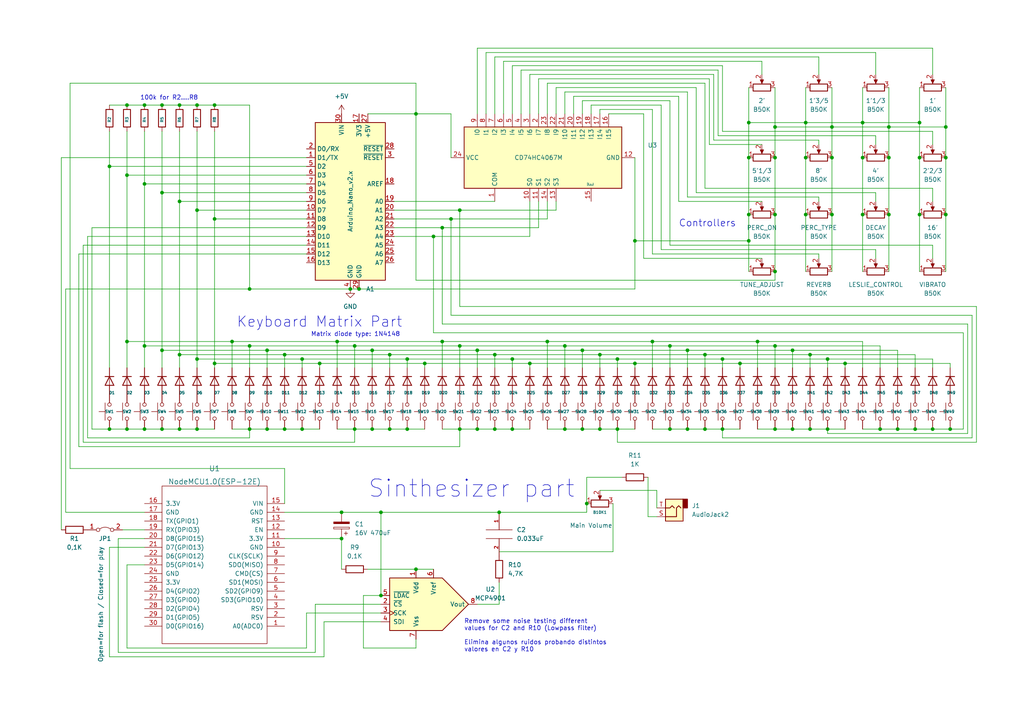
<source format=kicad_sch>
(kicad_sch (version 20211123) (generator eeschema)
  (paper "A4")
  (title_block (title "Electuno_BETSA") (date "2024-04-14") (rev "0.1 Alpha") (company "isRasta"))
  (junction (at 274.32 62.23))
  (junction (at 97.79 99.06))
  (junction (at 209.55 124.46))
  (junction (at 241.3 45.72))
  (junction (at 224.79 36.83))
  (junction (at 41.91 124.46))
  (junction (at 217.17 69.85))
  (junction (at 133.35 100.33))
  (junction (at 133.35 60.96))
  (junction (at 233.68 35.56))
  (junction (at 148.59 124.46))
  (junction (at 274.32 45.72))
  (junction (at 87.63 124.46))
  (junction (at 72.39 100.33))
  (junction (at 148.59 104.14))
  (junction (at 41.91 100.33))
  (junction (at 224.79 100.33))
  (junction (at 241.3 62.23))
  (junction (at 31.75 124.46))
  (junction (at 194.31 124.46))
  (junction (at 229.87 124.46))
  (junction (at 168.91 124.46))
  (junction (at 107.95 101.6))
  (junction (at 217.17 62.23))
  (junction (at 36.83 30.48))
  (junction (at 217.17 45.72))
  (junction (at 163.83 100.33))
  (junction (at 194.31 100.33))
  (junction (at 143.51 102.87))
  (junction (at 41.91 53.34))
  (junction (at 77.47 101.6))
  (junction (at 234.95 124.46))
  (junction (at 233.68 45.72))
  (junction (at 110.49 172.72))
  (junction (at 133.35 124.46))
  (junction (at 173.99 124.46))
  (junction (at 217.17 35.56))
  (junction (at 138.43 101.6))
  (junction (at 62.23 63.5))
  (junction (at 101.6 83.82))
  (junction (at 170.18 146.05))
  (junction (at 99.06 148.59))
  (junction (at 274.32 36.83))
  (junction (at 240.03 124.46))
  (junction (at 266.7 45.72))
  (junction (at 250.19 35.56))
  (junction (at 72.39 124.46))
  (junction (at 270.51 124.46))
  (junction (at 128.27 66.04))
  (junction (at 62.23 30.48))
  (junction (at 266.7 35.56))
  (junction (at 125.73 68.58))
  (junction (at 31.75 48.26))
  (junction (at 62.23 105.41))
  (junction (at 184.15 105.41))
  (junction (at 36.83 99.06))
  (junction (at 257.81 36.83))
  (junction (at 57.15 60.96))
  (junction (at 102.87 100.33))
  (junction (at 52.07 58.42))
  (junction (at 57.15 124.46))
  (junction (at 82.55 124.46))
  (junction (at 52.07 102.87))
  (junction (at 102.87 124.46))
  (junction (at 199.39 101.6))
  (junction (at 144.78 148.59))
  (junction (at 229.87 101.6))
  (junction (at 275.59 124.46))
  (junction (at 234.95 102.87))
  (junction (at 163.83 124.46))
  (junction (at 257.81 45.72))
  (junction (at 179.07 104.14))
  (junction (at 36.83 124.46))
  (junction (at 214.63 105.41))
  (junction (at 46.99 101.6))
  (junction (at 113.03 102.87))
  (junction (at 224.79 124.46))
  (junction (at 199.39 124.46))
  (junction (at 120.65 165.1))
  (junction (at 110.49 148.59))
  (junction (at 219.71 99.06))
  (junction (at 138.43 124.46))
  (junction (at 77.47 124.46))
  (junction (at 118.11 104.14))
  (junction (at 107.95 124.46))
  (junction (at 52.07 124.46))
  (junction (at 179.07 124.46))
  (junction (at 260.35 124.46))
  (junction (at 250.19 45.72))
  (junction (at 46.99 55.88))
  (junction (at 57.15 30.48))
  (junction (at 36.83 50.8))
  (junction (at 92.71 105.41))
  (junction (at 153.67 105.41))
  (junction (at 128.27 99.06))
  (junction (at 123.19 105.41))
  (junction (at 204.47 102.87))
  (junction (at 266.7 62.23))
  (junction (at 120.65 33.02))
  (junction (at 113.03 124.46))
  (junction (at 173.99 102.87))
  (junction (at 204.47 124.46))
  (junction (at 245.11 105.41))
  (junction (at 224.79 78.74))
  (junction (at 189.23 99.06))
  (junction (at 143.51 124.46))
  (junction (at 224.79 62.23))
  (junction (at 52.07 30.48))
  (junction (at 168.91 101.6))
  (junction (at 257.81 62.23))
  (junction (at 250.19 62.23))
  (junction (at 104.14 83.82))
  (junction (at 67.31 99.06))
  (junction (at 41.91 30.48))
  (junction (at 241.3 36.83))
  (junction (at 255.27 124.46))
  (junction (at 46.99 124.46))
  (junction (at 240.03 104.14))
  (junction (at 130.81 63.5))
  (junction (at 224.79 45.72))
  (junction (at 57.15 104.14))
  (junction (at 233.68 62.23))
  (junction (at 82.55 102.87))
  (junction (at 184.15 69.85))
  (junction (at 46.99 30.48))
  (junction (at 87.63 104.14))
  (junction (at 99.06 156.21))
  (junction (at 118.11 124.46))
  (junction (at 265.43 124.46))
  (junction (at 209.55 104.14))
  (junction (at 72.39 83.82))
  (junction (at 158.75 99.06))
  (wire (pts (xy 168.91 101.6) (xy 168.91 106.68)))
  (wire (pts (xy 143.51 124.46) (xy 148.59 124.46)))
  (wire (pts (xy 138.43 175.26) (xy 144.78 175.26)))
  (wire (pts (xy 88.9 55.88) (xy 46.99 55.88)))
  (wire (pts (xy 138.43 33.02) (xy 138.43 13.97)))
  (wire (pts (xy 217.17 25.4) (xy 217.17 35.56)))
  (wire (pts (xy 237.49 16.51) (xy 237.49 21.59)))
  (wire (pts (xy 31.75 38.1) (xy 31.75 48.26)))
  (wire (pts (xy 254 15.24) (xy 140.97 15.24)))
  (wire (pts (xy 88.9 187.96) (xy 36.83 187.96)))
  (wire (pts (xy 279.4 96.52) (xy 125.73 96.52)))
  (wire (pts (xy 250.19 106.68) (xy 250.19 99.06)))
  (wire (pts (xy 82.55 102.87) (xy 113.03 102.87)))
  (wire (pts (xy 224.79 25.4) (xy 224.79 36.83)))
  (wire (pts (xy 120.65 165.1) (xy 125.73 165.1)))
  (wire (pts (xy 170.18 138.43) (xy 180.34 138.43)))
  (wire (pts (xy 105.41 187.96) (xy 105.41 172.72)))
  (wire (pts (xy 274.32 45.72) (xy 274.32 62.23)))
  (wire (pts (xy 158.75 63.5) (xy 130.81 63.5)))
  (wire (pts (xy 113.03 124.46) (xy 118.11 124.46)))
  (wire (pts (xy 52.07 106.68) (xy 52.07 102.87)))
  (wire (pts (xy 153.67 105.41) (xy 123.19 105.41)))
  (wire (pts (xy 257.81 25.4) (xy 257.81 36.83)))
  (wire (pts (xy 275.59 106.68) (xy 275.59 105.41)))
  (wire (pts (xy 82.55 156.21) (xy 99.06 156.21)))
  (wire (pts (xy 237.49 57.15) (xy 199.39 57.15)))
  (wire (pts (xy 250.19 35.56) (xy 250.19 45.72)))
  (wire (pts (xy 168.91 101.6) (xy 138.43 101.6)))
  (wire (pts (xy 254 58.42) (xy 254 55.88)))
  (wire (pts (xy 217.17 35.56) (xy 217.17 45.72)))
  (wire (pts (xy 270.51 124.46) (xy 275.59 124.46)))
  (wire (pts (xy 138.43 13.97) (xy 270.51 13.97)))
  (wire (pts (xy 41.91 100.33) (xy 72.39 100.33)))
  (wire (pts (xy 224.79 100.33) (xy 255.27 100.33)))
  (wire (pts (xy 184.15 45.72) (xy 184.15 69.85)))
  (wire (pts (xy 233.68 45.72) (xy 233.68 62.23)))
  (wire (pts (xy 104.14 83.82) (xy 184.15 83.82)))
  (wire (pts (xy 234.95 102.87) (xy 234.95 106.68)))
  (wire (pts (xy 144.78 160.02) (xy 177.8 160.02)))
  (wire (pts (xy 26.67 124.46) (xy 31.75 124.46)))
  (wire (pts (xy 229.87 124.46) (xy 234.95 124.46)))
  (wire (pts (xy 41.91 106.68) (xy 41.91 100.33)))
  (wire (pts (xy 224.79 78.74) (xy 224.79 81.28)))
  (wire (pts (xy 270.51 13.97) (xy 270.51 21.59)))
  (wire (pts (xy 279.4 124.46) (xy 279.4 96.52)))
  (wire (pts (xy 128.27 66.04) (xy 114.3 66.04)))
  (wire (pts (xy 234.95 102.87) (xy 265.43 102.87)))
  (wire (pts (xy 254 21.59) (xy 254 15.24)))
  (wire (pts (xy 196.85 27.94) (xy 196.85 58.42)))
  (wire (pts (xy 280.67 93.98) (xy 128.27 93.98)))
  (wire (pts (xy 209.55 124.46) (xy 214.63 124.46)))
  (wire (pts (xy 26.67 124.46) (xy 26.67 66.04)))
  (wire (pts (xy 270.51 106.68) (xy 270.51 104.14)))
  (wire (pts (xy 120.65 24.13) (xy 120.65 33.02)))
  (wire (pts (xy 163.83 26.67) (xy 163.83 33.02)))
  (wire (pts (xy 237.49 73.66) (xy 189.23 73.66)))
  (wire (pts (xy 67.31 99.06) (xy 36.83 99.06)))
  (wire (pts (xy 91.44 175.26) (xy 91.44 189.23)))
  (wire (pts (xy 224.79 124.46) (xy 229.87 124.46)))
  (wire (pts (xy 186.69 33.02) (xy 186.69 74.93)))
  (wire (pts (xy 31.75 124.46) (xy 36.83 124.46)))
  (wire (pts (xy 186.69 74.93) (xy 220.98 74.93)))
  (wire (pts (xy 97.79 124.46) (xy 102.87 124.46)))
  (wire (pts (xy 87.63 124.46) (xy 92.71 124.46)))
  (wire (pts (xy 36.83 30.48) (xy 41.91 30.48)))
  (wire (pts (xy 156.21 22.86) (xy 156.21 33.02)))
  (wire (pts (xy 88.9 177.8) (xy 88.9 187.96)))
  (wire (pts (xy 144.78 148.59) (xy 170.18 148.59)))
  (wire (pts (xy 82.55 124.46) (xy 87.63 124.46)))
  (wire (pts (xy 105.41 172.72) (xy 110.49 172.72)))
  (wire (pts (xy 187.96 149.86) (xy 187.96 138.43)))
  (wire (pts (xy 179.07 124.46) (xy 179.07 128.27)))
  (wire (pts (xy 224.79 45.72) (xy 224.79 62.23)))
  (wire (pts (xy 161.29 58.42) (xy 161.29 60.96)))
  (wire (pts (xy 143.51 102.87) (xy 143.51 106.68)))
  (wire (pts (xy 41.91 30.48) (xy 46.99 30.48)))
  (wire (pts (xy 173.99 142.24) (xy 190.5 142.24)))
  (wire (pts (xy 88.9 53.34) (xy 41.91 53.34)))
  (wire (pts (xy 156.21 58.42) (xy 156.21 66.04)))
  (wire (pts (xy 204.47 102.87) (xy 204.47 106.68)))
  (wire (pts (xy 250.19 35.56) (xy 266.7 35.56)))
  (wire (pts (xy 36.83 187.96) (xy 36.83 163.83)))
  (wire (pts (xy 176.53 33.02) (xy 186.69 33.02)))
  (wire (pts (xy 34.29 156.21) (xy 41.91 156.21)))
  (wire (pts (xy 128.27 93.98) (xy 128.27 66.04)))
  (wire (pts (xy 41.91 124.46) (xy 46.99 124.46)))
  (wire (pts (xy 207.01 40.64) (xy 237.49 40.64)))
  (wire (pts (xy 62.23 105.41) (xy 62.23 106.68)))
  (wire (pts (xy 101.6 83.82) (xy 72.39 83.82)))
  (wire (pts (xy 57.15 104.14) (xy 57.15 106.68)))
  (wire (pts (xy 92.71 105.41) (xy 62.23 105.41)))
  (wire (pts (xy 241.3 25.4) (xy 241.3 36.83)))
  (wire (pts (xy 163.83 100.33) (xy 163.83 106.68)))
  (wire (pts (xy 250.19 124.46) (xy 255.27 124.46)))
  (wire (pts (xy 257.81 45.72) (xy 257.81 62.23)))
  (wire (pts (xy 257.81 36.83) (xy 257.81 45.72)))
  (wire (pts (xy 270.51 58.42) (xy 270.51 54.61)))
  (wire (pts (xy 166.37 27.94) (xy 196.85 27.94)))
  (wire (pts (xy 97.79 99.06) (xy 97.79 106.68)))
  (wire (pts (xy 207.01 21.59) (xy 207.01 40.64)))
  (wire (pts (xy 138.43 101.6) (xy 107.95 101.6)))
  (wire (pts (xy 25.4 127) (xy 25.4 68.58)))
  (wire (pts (xy 144.78 168.91) (xy 144.78 175.26)))
  (wire (pts (xy 110.49 148.59) (xy 110.49 172.72)))
  (wire (pts (xy 46.99 55.88) (xy 46.99 101.6)))
  (wire (pts (xy 260.35 101.6) (xy 229.87 101.6)))
  (wire (pts (xy 168.91 124.46) (xy 173.99 124.46)))
  (wire (pts (xy 179.07 128.27) (xy 283.21 128.27)))
  (wire (pts (xy 214.63 105.41) (xy 214.63 106.68)))
  (wire (pts (xy 106.68 33.02) (xy 120.65 33.02)))
  (wire (pts (xy 158.75 99.06) (xy 158.75 106.68)))
  (wire (pts (xy 114.3 68.58) (xy 125.73 68.58)))
  (wire (pts (xy 118.11 104.14) (xy 87.63 104.14)))
  (wire (pts (xy 110.49 180.34) (xy 93.98 180.34)))
  (wire (pts (xy 281.94 91.44) (xy 130.81 91.44)))
  (wire (pts (xy 266.7 25.4) (xy 266.7 35.56)))
  (wire (pts (xy 189.23 124.46) (xy 194.31 124.46)))
  (wire (pts (xy 99.06 148.59) (xy 110.49 148.59)))
  (wire (pts (xy 255.27 100.33) (xy 255.27 106.68)))
  (wire (pts (xy 158.75 24.13) (xy 158.75 33.02)))
  (wire (pts (xy 201.93 25.4) (xy 161.29 25.4)))
  (wire (pts (xy 166.37 33.02) (xy 166.37 27.94)))
  (wire (pts (xy 229.87 101.6) (xy 199.39 101.6)))
  (wire (pts (xy 283.21 128.27) (xy 283.21 88.9)))
  (wire (pts (xy 220.98 41.91) (xy 205.74 41.91)))
  (wire (pts (xy 156.21 66.04) (xy 128.27 66.04)))
  (wire (pts (xy 24.13 71.12) (xy 88.9 71.12)))
  (wire (pts (xy 72.39 100.33) (xy 72.39 106.68)))
  (wire (pts (xy 189.23 73.66) (xy 189.23 31.75)))
  (wire (pts (xy 209.55 104.14) (xy 209.55 106.68)))
  (wire (pts (xy 146.05 17.78) (xy 146.05 33.02)))
  (wire (pts (xy 52.07 58.42) (xy 52.07 102.87)))
  (wire (pts (xy 184.15 69.85) (xy 184.15 83.82)))
  (wire (pts (xy 260.35 106.68) (xy 260.35 101.6)))
  (wire (pts (xy 275.59 124.46) (xy 279.4 124.46)))
  (wire (pts (xy 31.75 48.26) (xy 88.9 48.26)))
  (wire (pts (xy 173.99 102.87) (xy 204.47 102.87)))
  (wire (pts (xy 97.79 99.06) (xy 67.31 99.06)))
  (wire (pts (xy 34.29 189.23) (xy 34.29 156.21)))
  (wire (pts (xy 36.83 50.8) (xy 36.83 99.06)))
  (wire (pts (xy 266.7 35.56) (xy 266.7 45.72)))
  (wire (pts (xy 219.71 99.06) (xy 189.23 99.06)))
  (wire (pts (xy 143.51 16.51) (xy 237.49 16.51)))
  (wire (pts (xy 168.91 29.21) (xy 168.91 33.02)))
  (wire (pts (xy 224.79 100.33) (xy 224.79 106.68)))
  (wire (pts (xy 138.43 101.6) (xy 138.43 106.68)))
  (wire (pts (xy 120.65 33.02) (xy 120.65 81.28)))
  (wire (pts (xy 179.07 104.14) (xy 179.07 106.68)))
  (wire (pts (xy 209.55 38.1) (xy 270.51 38.1)))
  (wire (pts (xy 208.28 20.32) (xy 151.13 20.32)))
  (wire (pts (xy 153.67 58.42) (xy 153.67 68.58)))
  (wire (pts (xy 170.18 138.43) (xy 170.18 146.05)))
  (wire (pts (xy 179.07 124.46) (xy 184.15 124.46)))
  (wire (pts (xy 241.3 45.72) (xy 241.3 62.23)))
  (wire (pts (xy 36.83 99.06) (xy 36.83 106.68)))
  (wire (pts (xy 260.35 124.46) (xy 265.43 124.46)))
  (wire (pts (xy 88.9 63.5) (xy 62.23 63.5)))
  (wire (pts (xy 170.18 148.59) (xy 170.18 146.05)))
  (wire (pts (xy 130.81 63.5) (xy 114.3 63.5)))
  (wire (pts (xy 270.51 74.93) (xy 270.51 71.12)))
  (wire (pts (xy 241.3 62.23) (xy 241.3 78.74)))
  (wire (pts (xy 158.75 99.06) (xy 128.27 99.06)))
  (wire (pts (xy 219.71 124.46) (xy 224.79 124.46)))
  (wire (pts (xy 114.3 58.42) (xy 143.51 58.42)))
  (wire (pts (xy 204.47 102.87) (xy 234.95 102.87)))
  (wire (pts (xy 130.81 91.44) (xy 130.81 63.5)))
  (wire (pts (xy 189.23 99.06) (xy 158.75 99.06)))
  (wire (pts (xy 237.49 58.42) (xy 237.49 57.15)))
  (wire (pts (xy 214.63 105.41) (xy 184.15 105.41)))
  (wire (pts (xy 52.07 102.87) (xy 82.55 102.87)))
  (wire (pts (xy 57.15 124.46) (xy 62.23 124.46)))
  (wire (pts (xy 240.03 104.14) (xy 209.55 104.14)))
  (wire (pts (xy 163.83 100.33) (xy 194.31 100.33)))
  (wire (pts (xy 204.47 124.46) (xy 209.55 124.46)))
  (wire (pts (xy 31.75 158.75) (xy 41.91 158.75)))
  (wire (pts (xy 265.43 124.46) (xy 270.51 124.46)))
  (wire (pts (xy 35.56 153.67) (xy 41.91 153.67)))
  (wire (pts (xy 196.85 58.42) (xy 220.98 58.42)))
  (wire (pts (xy 46.99 124.46) (xy 52.07 124.46)))
  (wire (pts (xy 110.49 177.8) (xy 88.9 177.8)))
  (wire (pts (xy 233.68 62.23) (xy 233.68 78.74)))
  (wire (pts (xy 88.9 60.96) (xy 57.15 60.96)))
  (wire (pts (xy 250.19 99.06) (xy 219.71 99.06)))
  (wire (pts (xy 234.95 124.46) (xy 240.03 124.46)))
  (wire (pts (xy 208.28 39.37) (xy 208.28 20.32)))
  (wire (pts (xy 67.31 99.06) (xy 67.31 106.68)))
  (wire (pts (xy 120.65 33.02) (xy 130.81 33.02)))
  (wire (pts (xy 125.73 68.58) (xy 153.67 68.58)))
  (wire (pts (xy 194.31 100.33) (xy 194.31 106.68)))
  (wire (pts (xy 205.74 22.86) (xy 156.21 22.86)))
  (wire (pts (xy 110.49 148.59) (xy 144.78 148.59)))
  (wire (pts (xy 161.29 25.4) (xy 161.29 33.02)))
  (wire (pts (xy 31.75 190.5) (xy 31.75 158.75)))
  (wire (pts (xy 233.68 35.56) (xy 233.68 45.72)))
  (wire (pts (xy 128.27 99.06) (xy 128.27 106.68)))
  (wire (pts (xy 199.39 124.46) (xy 204.47 124.46)))
  (wire (pts (xy 87.63 104.14) (xy 87.63 106.68)))
  (wire (pts (xy 82.55 102.87) (xy 82.55 106.68)))
  (wire (pts (xy 113.03 102.87) (xy 113.03 106.68)))
  (wire (pts (xy 158.75 124.46) (xy 163.83 124.46)))
  (wire (pts (xy 36.83 38.1) (xy 36.83 50.8)))
  (wire (pts (xy 123.19 105.41) (xy 123.19 106.68)))
  (wire (pts (xy 191.77 30.48) (xy 191.77 72.39)))
  (wire (pts (xy 171.45 33.02) (xy 171.45 30.48)))
  (wire (pts (xy 270.51 104.14) (xy 240.03 104.14)))
  (wire (pts (xy 88.9 50.8) (xy 36.83 50.8)))
  (wire (pts (xy 133.35 124.46) (xy 138.43 124.46)))
  (wire (pts (xy 77.47 101.6) (xy 77.47 106.68)))
  (wire (pts (xy 153.67 33.02) (xy 153.67 21.59)))
  (wire (pts (xy 41.91 148.59) (xy 19.05 148.59)))
  (wire (pts (xy 133.35 100.33) (xy 163.83 100.33)))
  (wire (pts (xy 217.17 69.85) (xy 217.17 78.74)))
  (wire (pts (xy 120.65 81.28) (xy 224.79 81.28)))
  (wire (pts (xy 250.19 62.23) (xy 250.19 78.74)))
  (wire (pts (xy 82.55 148.59) (xy 99.06 148.59)))
  (wire (pts (xy 237.49 74.93) (xy 237.49 73.66)))
  (wire (pts (xy 31.75 106.68) (xy 31.75 48.26)))
  (wire (pts (xy 163.83 124.46) (xy 168.91 124.46)))
  (wire (pts (xy 240.03 104.14) (xy 240.03 106.68)))
  (wire (pts (xy 62.23 30.48) (xy 72.39 30.48)))
  (wire (pts (xy 224.79 62.23) (xy 224.79 78.74)))
  (wire (pts (xy 265.43 102.87) (xy 265.43 106.68)))
  (wire (pts (xy 72.39 124.46) (xy 77.47 124.46)))
  (wire (pts (xy 209.55 124.46) (xy 209.55 127)))
  (wire (pts (xy 133.35 100.33) (xy 133.35 106.68)))
  (wire (pts (xy 92.71 105.41) (xy 92.71 106.68)))
  (wire (pts (xy 189.23 99.06) (xy 189.23 106.68)))
  (wire (pts (xy 255.27 124.46) (xy 260.35 124.46)))
  (wire (pts (xy 120.65 185.42) (xy 120.65 187.96)))
  (wire (pts (xy 153.67 21.59) (xy 207.01 21.59)))
  (wire (pts (xy 20.32 135.89) (xy 20.32 24.13)))
  (wire (pts (xy 140.97 15.24) (xy 140.97 33.02)))
  (wire (pts (xy 204.47 54.61) (xy 204.47 24.13)))
  (wire (pts (xy 143.51 33.02) (xy 143.51 16.51)))
  (wire (pts (xy 194.31 71.12) (xy 194.31 29.21)))
  (wire (pts (xy 82.55 135.89) (xy 20.32 135.89)))
  (wire (pts (xy 46.99 30.48) (xy 52.07 30.48)))
  (wire (pts (xy 148.59 19.05) (xy 209.55 19.05)))
  (wire (pts (xy 153.67 105.41) (xy 153.67 106.68)))
  (wire (pts (xy 217.17 62.23) (xy 217.17 69.85)))
  (wire (pts (xy 184.15 69.85) (xy 217.17 69.85)))
  (wire (pts (xy 184.15 105.41) (xy 184.15 106.68)))
  (wire (pts (xy 20.32 24.13) (xy 120.65 24.13)))
  (wire (pts (xy 41.91 38.1) (xy 41.91 53.34)))
  (wire (pts (xy 102.87 100.33) (xy 133.35 100.33)))
  (wire (pts (xy 57.15 30.48) (xy 62.23 30.48)))
  (wire (pts (xy 102.87 128.27) (xy 24.13 128.27)))
  (wire (pts (xy 191.77 72.39) (xy 254 72.39)))
  (wire (pts (xy 26.67 66.04) (xy 88.9 66.04)))
  (wire (pts (xy 194.31 100.33) (xy 224.79 100.33)))
  (wire (pts (xy 245.11 105.41) (xy 214.63 105.41)))
  (wire (pts (xy 148.59 33.02) (xy 148.59 19.05)))
  (wire (pts (xy 148.59 104.14) (xy 148.59 106.68)))
  (wire (pts (xy 77.47 124.46) (xy 82.55 124.46)))
  (wire (pts (xy 52.07 38.1) (xy 52.07 58.42)))
  (wire (pts (xy 240.03 125.73) (xy 280.67 125.73)))
  (wire (pts (xy 281.94 127) (xy 281.94 91.44)))
  (wire (pts (xy 22.86 129.54) (xy 22.86 73.66)))
  (wire (pts (xy 199.39 101.6) (xy 168.91 101.6)))
  (wire (pts (xy 177.8 146.05) (xy 177.8 160.02)))
  (wire (pts (xy 173.99 124.46) (xy 179.07 124.46)))
  (wire (pts (xy 148.59 104.14) (xy 118.11 104.14)))
  (wire (pts (xy 128.27 99.06) (xy 97.79 99.06)))
  (wire (pts (xy 62.23 38.1) (xy 62.23 63.5)))
  (wire (pts (xy 72.39 83.82) (xy 72.39 30.48)))
  (wire (pts (xy 229.87 101.6) (xy 229.87 106.68)))
  (wire (pts (xy 31.75 30.48) (xy 36.83 30.48)))
  (wire (pts (xy 52.07 124.46) (xy 57.15 124.46)))
  (wire (pts (xy 280.67 125.73) (xy 280.67 93.98)))
  (wire (pts (xy 102.87 100.33) (xy 102.87 106.68)))
  (wire (pts (xy 254 55.88) (xy 201.93 55.88)))
  (wire (pts (xy 113.03 102.87) (xy 143.51 102.87)))
  (wire (pts (xy 224.79 36.83) (xy 241.3 36.83)))
  (wire (pts (xy 88.9 58.42) (xy 52.07 58.42)))
  (wire (pts (xy 17.78 153.67) (xy 17.78 45.72)))
  (wire (pts (xy 87.63 104.14) (xy 57.15 104.14)))
  (wire (pts (xy 128.27 124.46) (xy 133.35 124.46)))
  (wire (pts (xy 194.31 124.46) (xy 199.39 124.46)))
  (wire (pts (xy 179.07 104.14) (xy 148.59 104.14)))
  (wire (pts (xy 205.74 41.91) (xy 205.74 22.86)))
  (wire (pts (xy 118.11 104.14) (xy 118.11 106.68)))
  (wire (pts (xy 67.31 124.46) (xy 72.39 124.46)))
  (wire (pts (xy 254 41.91) (xy 254 39.37)))
  (wire (pts (xy 270.51 38.1) (xy 270.51 41.91)))
  (wire (pts (xy 107.95 101.6) (xy 77.47 101.6)))
  (wire (pts (xy 173.99 31.75) (xy 173.99 33.02)))
  (wire (pts (xy 217.17 45.72) (xy 217.17 62.23)))
  (wire (pts (xy 22.86 73.66) (xy 88.9 73.66)))
  (wire (pts (xy 240.03 124.46) (xy 240.03 125.73)))
  (wire (pts (xy 190.5 142.24) (xy 190.5 147.32)))
  (wire (pts (xy 93.98 180.34) (xy 93.98 190.5)))
  (wire (pts (xy 82.55 146.05) (xy 82.55 135.89)))
  (wire (pts (xy 133.35 124.46) (xy 133.35 129.54)))
  (wire (pts (xy 209.55 104.14) (xy 179.07 104.14)))
  (wire (pts (xy 184.15 105.41) (xy 153.67 105.41)))
  (wire (pts (xy 257.81 36.83) (xy 274.32 36.83)))
  (wire (pts (xy 57.15 60.96) (xy 57.15 104.14)))
  (wire (pts (xy 133.35 129.54) (xy 22.86 129.54)))
  (wire (pts (xy 19.05 83.82) (xy 72.39 83.82)))
  (wire (pts (xy 72.39 127) (xy 25.4 127)))
  (wire (pts (xy 107.95 101.6) (xy 107.95 106.68)))
  (wire (pts (xy 199.39 26.67) (xy 163.83 26.67)))
  (wire (pts (xy 133.35 60.96) (xy 114.3 60.96)))
  (wire (pts (xy 24.13 128.27) (xy 24.13 71.12)))
  (wire (pts (xy 133.35 60.96) (xy 161.29 60.96)))
  (wire (pts (xy 107.95 124.46) (xy 113.03 124.46)))
  (wire (pts (xy 36.83 163.83) (xy 41.91 163.83)))
  (wire (pts (xy 240.03 124.46) (xy 245.11 124.46)))
  (wire (pts (xy 62.23 63.5) (xy 62.23 105.41)))
  (wire (pts (xy 241.3 36.83) (xy 257.81 36.83)))
  (wire (pts (xy 93.98 190.5) (xy 31.75 190.5)))
  (wire (pts (xy 250.19 25.4) (xy 250.19 35.56)))
  (wire (pts (xy 130.81 33.02) (xy 130.81 45.72)))
  (wire (pts (xy 199.39 101.6) (xy 199.39 106.68)))
  (wire (pts (xy 233.68 35.56) (xy 250.19 35.56)))
  (wire (pts (xy 99.06 165.1) (xy 99.06 156.21)))
  (wire (pts (xy 275.59 105.41) (xy 245.11 105.41)))
  (wire (pts (xy 120.65 187.96) (xy 105.41 187.96)))
  (wire (pts (xy 270.51 54.61) (xy 204.47 54.61)))
  (wire (pts (xy 158.75 58.42) (xy 158.75 63.5)))
  (wire (pts (xy 217.17 35.56) (xy 233.68 35.56)))
  (wire (pts (xy 19.05 148.59) (xy 19.05 83.82)))
  (wire (pts (xy 46.99 101.6) (xy 46.99 106.68)))
  (wire (pts (xy 143.51 102.87) (xy 173.99 102.87)))
  (wire (pts (xy 274.32 62.23) (xy 274.32 78.74)))
  (wire (pts (xy 138.43 124.46) (xy 143.51 124.46)))
  (wire (pts (xy 123.19 105.41) (xy 92.71 105.41)))
  (wire (pts (xy 199.39 57.15) (xy 199.39 26.67)))
  (wire (pts (xy 17.78 45.72) (xy 88.9 45.72)))
  (wire (pts (xy 209.55 19.05) (xy 209.55 38.1)))
  (wire (pts (xy 110.49 175.26) (xy 91.44 175.26)))
  (wire (pts (xy 72.39 124.46) (xy 72.39 127)))
  (wire (pts (xy 133.35 88.9) (xy 133.35 60.96)))
  (wire (pts (xy 233.68 25.4) (xy 233.68 35.56)))
  (wire (pts (xy 102.87 124.46) (xy 102.87 128.27)))
  (wire (pts (xy 220.98 17.78) (xy 146.05 17.78)))
  (wire (pts (xy 254 72.39) (xy 254 74.93)))
  (wire (pts (xy 209.55 127) (xy 281.94 127)))
  (wire (pts (xy 25.4 68.58) (xy 88.9 68.58)))
  (wire (pts (xy 151.13 20.32) (xy 151.13 33.02)))
  (wire (pts (xy 171.45 30.48) (xy 191.77 30.48)))
  (wire (pts (xy 220.98 21.59) (xy 220.98 17.78)))
  (wire (pts (xy 266.7 45.72) (xy 266.7 62.23)))
  (wire (pts (xy 118.11 124.46) (xy 123.19 124.46)))
  (wire (pts (xy 77.47 101.6) (xy 46.99 101.6)))
  (wire (pts (xy 189.23 31.75) (xy 173.99 31.75)))
  (wire (pts (xy 72.39 100.33) (xy 102.87 100.33)))
  (wire (pts (xy 224.79 36.83) (xy 224.79 45.72)))
  (wire (pts (xy 173.99 102.87) (xy 173.99 106.68)))
  (wire (pts (xy 241.3 36.83) (xy 241.3 45.72)))
  (wire (pts (xy 204.47 24.13) (xy 158.75 24.13)))
  (wire (pts (xy 102.87 124.46) (xy 107.95 124.46)))
  (wire (pts (xy 266.7 62.23) (xy 266.7 78.74)))
  (wire (pts (xy 274.32 25.4) (xy 274.32 36.83)))
  (wire (pts (xy 57.15 38.1) (xy 57.15 60.96)))
  (wire (pts (xy 250.19 45.72) (xy 250.19 62.23)))
  (wire (pts (xy 52.07 30.48) (xy 57.15 30.48)))
  (wire (pts (xy 36.83 124.46) (xy 41.91 124.46)))
  (wire (pts (xy 125.73 96.52) (xy 125.73 68.58)))
  (wire (pts (xy 201.93 55.88) (xy 201.93 25.4)))
  (wire (pts (xy 219.71 99.06) (xy 219.71 106.68)))
  (wire (pts (xy 101.6 83.82) (xy 104.14 83.82)))
  (wire (pts (xy 190.5 149.86) (xy 187.96 149.86)))
  (wire (pts (xy 274.32 36.83) (xy 274.32 45.72)))
  (wire (pts (xy 245.11 105.41) (xy 245.11 106.68)))
  (wire (pts (xy 254 39.37) (xy 208.28 39.37)))
  (wire (pts (xy 283.21 88.9) (xy 133.35 88.9)))
  (wire (pts (xy 148.59 124.46) (xy 153.67 124.46)))
  (wire (pts (xy 270.51 71.12) (xy 194.31 71.12)))
  (wire (pts (xy 91.44 189.23) (xy 34.29 189.23)))
  (wire (pts (xy 237.49 40.64) (xy 237.49 41.91)))
  (wire (pts (xy 41.91 53.34) (xy 41.91 100.33)))
  (wire (pts (xy 46.99 38.1) (xy 46.99 55.88)))
  (wire (pts (xy 194.31 29.21) (xy 168.91 29.21)))
  (wire (pts (xy 257.81 62.23) (xy 257.81 78.74)))
  (wire (pts (xy 106.68 165.1) (xy 120.65 165.1)))
  (text "100k for R2....R8" (at 40.64 29.21 0) (effects (font (size 1.27 1.27)) (justify left bottom)))
  (text "Controllers" (at 196.85 66.04 0) (effects (font (size 2 2)) (justify left bottom)))
  (text "Matrix diode type: 1N4148" (at 90.17 97.79 0) (effects (font (size 1.27 1.27)) (justify left bottom)))
  (text "Remove some noise testing different\nvalues for C2 and R10 (Lowpass filter)\n\nElimina algunos ruidos probando distintos\nvalores en C2 y R10" (at 134.62 189.23 0) (effects (font (size 1.27 1.27)) (justify left bottom)))
  (text "Keyboard Matrix Part" (at 68.58 95.25 0) (effects (font (size 3 3)) (justify left bottom)))
  (text "Sinthesizer part" (at 106.68 144.78 0) (effects (font (size 5 5)) (justify left bottom)))
  (symbol (lib_id "Switch:SW_Push") (at 41.91 119.38 90) (unit 1)
    (property "Reference" "SW3" (at 43.18 119.38 90) (effects (font (size 0.8 0.8)) (justify left)))
    (property "Value" "SW_Push" (effects hide))
  )
  (symbol (lib_id "Diode:1N4148") (at 82.55 110.49 270) (unit 1)
    (property "Reference" "D11" (at 84.106 113.902 90) (effects (font (size 0.8 0.8)) (justify right)))
    (property "Value" "1N4148" (effects hide))
    (property "Footprint" "Diode_THT:D_DO-35_SOD27_P7.62mm_Horizontal" (effects hide))
    (property "Datasheet" "https://assets.nexperia.com/documents/data-sheet/1N4148_1N4448.pdf" (effects hide))
  )
  (symbol (lib_id "Device:R_Potentiometer") (at 237.49 78.74 90) (unit 1)
    (property "Reference" "REVERB" (at 237.49 82.55 90))
    (property "Value" "B50K" (at 237.49 85.09 90))
    (property "Footprint" "B50K" (effects hide))
  )
  (symbol (lib_id "Switch:SW_Push") (at 87.63 119.38 90) (unit 1)
    (property "Reference" "SW12" (at 88.9 119.38 90) (effects (font (size 0.8 0.8)) (justify left)))
    (property "Value" "SW_Push" (effects hide))
  )
  (symbol (lib_id "Diode:1N4148") (at 41.91 110.49 270) (unit 1)
    (property "Reference" "D3" (at 43.466 113.902 90) (effects (font (size 0.8 0.8)) (justify right)))
    (property "Value" "1N4148" (effects hide))
    (property "Footprint" "Diode_THT:D_DO-35_SOD27_P7.62mm_Horizontal" (effects hide))
    (property "Datasheet" "https://assets.nexperia.com/documents/data-sheet/1N4148_1N4448.pdf" (effects hide))
  )
  (symbol (lib_id "Diode:1N4148") (at 143.51 110.49 270) (unit 1)
    (property "Reference" "D23" (at 145.066 113.902 90) (effects (font (size 0.8 0.8)) (justify right)))
    (property "Value" "1N4148" (effects hide))
    (property "Footprint" "Diode_THT:D_DO-35_SOD27_P7.62mm_Horizontal" (effects hide))
    (property "Datasheet" "https://assets.nexperia.com/documents/data-sheet/1N4148_1N4448.pdf" (effects hide))
  )
  (symbol (lib_id "Switch:SW_Push") (at 270.51 119.38 90) (unit 1)
    (property "Reference" "SW48" (at 271.78 119.38 90) (effects (font (size 0.8 0.8)) (justify left)))
    (property "Value" "SW_Push" (effects hide))
  )
  (symbol (lib_id "MCU_Module:Arduino_Nano_v2.x") (at 101.6 58.42 0) (unit 1)
    (property "Reference" "A1" (at 106.1594 83.82 0) (effects (justify left)))
    (property "Value" "Arduino_Nano_v2.x" (at 101.6 67.31 90) (effects (justify left)))
    (property "Footprint" "Module:Arduino_Nano" (effects hide))
    (property "Datasheet" "https://www.arduino.cc/en/uploads/Main/ArduinoNanoManual23.pdf" (effects hide))
  )
  (symbol (lib_id "Diode:1N4148") (at 163.83 110.49 270) (unit 1)
    (property "Reference" "D27" (at 165.386 113.902 90) (effects (font (size 0.8 0.8)) (justify right)))
    (property "Value" "1N4148" (effects hide))
    (property "Footprint" "Diode_THT:D_DO-35_SOD27_P7.62mm_Horizontal" (effects hide))
    (property "Datasheet" "https://assets.nexperia.com/documents/data-sheet/1N4148_1N4448.pdf" (effects hide))
  )
  (symbol (lib_id "Diode:1N4148") (at 97.79 110.49 270) (unit 1)
    (property "Reference" "D14" (at 99.346 113.902 90) (effects (font (size 0.8 0.8)) (justify right)))
    (property "Value" "1N4148" (effects hide))
    (property "Footprint" "Diode_THT:D_DO-35_SOD27_P7.62mm_Horizontal" (effects hide))
    (property "Datasheet" "https://assets.nexperia.com/documents/data-sheet/1N4148_1N4448.pdf" (effects hide))
  )
  (symbol (lib_id "Diode:1N4148") (at 275.59 110.49 270) (unit 1)
    (property "Reference" "D49" (at 277.146 113.902 90) (effects (font (size 0.8 0.8)) (justify right)))
    (property "Value" "1N4148" (effects hide))
    (property "Footprint" "Diode_THT:D_DO-35_SOD27_P7.62mm_Horizontal" (effects hide))
    (property "Datasheet" "https://assets.nexperia.com/documents/data-sheet/1N4148_1N4448.pdf" (effects hide))
  )
  (symbol (lib_id "Diode:1N4148") (at 123.19 110.49 270) (unit 1)
    (property "Reference" "D19" (at 124.746 113.902 90) (effects (font (size 0.8 0.8)) (justify right)))
    (property "Value" "1N4148" (effects hide))
    (property "Footprint" "Diode_THT:D_DO-35_SOD27_P7.62mm_Horizontal" (effects hide))
    (property "Datasheet" "https://assets.nexperia.com/documents/data-sheet/1N4148_1N4448.pdf" (effects hide))
  )
  (symbol (lib_id "Device:R_Potentiometer") (at 220.98 62.23 90) (unit 1)
    (property "Reference" "PERC_ON" (at 220.98 66.04 90))
    (property "Value" "B50K" (at 220.98 68.58 90))
    (property "Footprint" "B50K" (effects hide))
  )
  (symbol (lib_id "Switch:SW_Push") (at 52.07 119.38 90) (unit 1)
    (property "Reference" "SW5" (at 53.34 119.38 90) (effects (font (size 0.8 0.8)) (justify left)))
    (property "Value" "SW_Push" (effects hide))
  )
  (symbol (lib_id "Device:R_Potentiometer") (at 220.98 78.74 90) (unit 1)
    (property "Reference" "TUNE_ADJUST" (at 220.98 82.55 90))
    (property "Value" "B50K" (at 220.98 85.09 90))
    (property "Footprint" "B50K" (effects hide))
  )
  (symbol (lib_id "Device:R") (at 46.99 34.29 0) (unit 1)
    (property "Reference" "R5" (at 46.99 35.56 90) (effects (font (size 0.8 0.8)) (justify left)))
    (property "Value" "100K" (effects hide))
  )
  (symbol (lib_id "Device:R_Potentiometer") (at 270.51 25.4 90) (unit 1)
    (property "Reference" "1'" (at 270.51 29.21 90))
    (property "Value" "B50K" (at 270.51 31.75 90))
    (property "Footprint" "B50K" (effects hide))
  )
  (symbol (lib_id "Switch:SW_Push") (at 97.79 119.38 90) (unit 1)
    (property "Reference" "SW14" (at 99.06 119.38 90) (effects (font (size 0.8 0.8)) (justify left)))
    (property "Value" "SW_Push" (effects hide))
  )
  (symbol (lib_id "Switch:SW_Push") (at 229.87 119.38 90) (unit 1)
    (property "Reference" "SW40" (at 231.14 119.38 90) (effects (font (size 0.8 0.8)) (justify left)))
    (property "Value" "SW_Push" (effects hide))
  )
  (symbol (lib_id "Diode:1N4148") (at 234.95 110.49 270) (unit 1)
    (property "Reference" "D41" (at 236.506 113.902 90) (effects (font (size 0.8 0.8)) (justify right)))
    (property "Value" "1N4148" (effects hide))
    (property "Footprint" "Diode_THT:D_DO-35_SOD27_P7.62mm_Horizontal" (effects hide))
    (property "Datasheet" "https://assets.nexperia.com/documents/data-sheet/1N4148_1N4448.pdf" (effects hide))
  )
  (symbol (lib_id "Switch:SW_Push") (at 199.39 119.38 90) (unit 1)
    (property "Reference" "SW34" (at 200.66 119.38 90) (effects (font (size 0.8 0.8)) (justify left)))
    (property "Value" "SW_Push" (effects hide))
  )
  (symbol (lib_id "Device:R") (at 31.75 34.29 0) (unit 1)
    (property "Reference" "R2" (at 31.75 35.56 90) (effects (font (size 0.8 0.8)) (justify left)))
    (property "Value" "100K" (effects hide))
  )
  (symbol (lib_id "Switch:SW_Push") (at 77.47 119.38 90) (unit 1)
    (property "Reference" "SW10" (at 78.74 119.38 90) (effects (font (size 0.8 0.8)) (justify left)))
    (property "Value" "SW_Push" (effects hide))
  )
  (symbol (lib_id "Diode:1N4148") (at 46.99 110.49 270) (unit 1)
    (property "Reference" "D4" (at 48.546 113.902 90) (effects (font (size 0.8 0.8)) (justify right)))
    (property "Value" "1N4148" (effects hide))
    (property "Footprint" "Diode_THT:D_DO-35_SOD27_P7.62mm_Horizontal" (effects hide))
    (property "Datasheet" "https://assets.nexperia.com/documents/data-sheet/1N4148_1N4448.pdf" (effects hide))
  )
  (symbol (lib_id "Switch:SW_Push") (at 214.63 119.38 90) (unit 1)
    (property "Reference" "SW37" (at 215.9 119.38 90) (effects (font (size 0.8 0.8)) (justify left)))
    (property "Value" "SW_Push" (effects hide))
  )
  (symbol (lib_id "Switch:SW_Push") (at 209.55 119.38 90) (unit 1)
    (property "Reference" "SW36" (at 210.82 119.38 90) (effects (font (size 0.8 0.8)) (justify left)))
    (property "Value" "SW_Push" (effects hide))
  )
  (symbol (lib_id "Switch:SW_Push") (at 240.03 119.38 90) (unit 1)
    (property "Reference" "SW42" (at 241.3 119.38 90) (effects (font (size 0.8 0.8)) (justify left)))
    (property "Value" "SW_Push" (effects hide))
  )
  (symbol (lib_id "Switch:SW_Push") (at 250.19 119.38 90) (unit 1)
    (property "Reference" "SW44" (at 251.46 119.38 90) (effects (font (size 0.8 0.8)) (justify left)))
    (property "Value" "SW_Push" (effects hide))
  )
  (symbol (lib_id "Device:R_Potentiometer") (at 270.51 45.72 90) (unit 1)
    (property "Reference" "2'2/3" (at 270.51 49.53 90))
    (property "Value" "B50K" (at 270.51 52.07 90))
    (property "Footprint" "B50K" (effects hide))
  )
  (symbol (lib_id "Switch:SW_Push") (at 204.47 119.38 90) (unit 1)
    (property "Reference" "SW35" (at 205.74 119.38 90) (effects (font (size 0.8 0.8)) (justify left)))
    (property "Value" "SW_Push" (effects hide))
  )
  (symbol (lib_id "Diode:1N4148") (at 148.59 110.49 270) (unit 1)
    (property "Reference" "D24" (at 150.146 113.902 90) (effects (font (size 0.8 0.8)) (justify right)))
    (property "Value" "1N4148" (effects hide))
    (property "Footprint" "Diode_THT:D_DO-35_SOD27_P7.62mm_Horizontal" (effects hide))
    (property "Datasheet" "https://assets.nexperia.com/documents/data-sheet/1N4148_1N4448.pdf" (effects hide))
  )
  (symbol (lib_id "Switch:SW_Push") (at 173.99 119.38 90) (unit 1)
    (property "Reference" "SW29" (at 175.26 119.38 90) (effects (font (size 0.8 0.8)) (justify left)))
    (property "Value" "SW_Push" (effects hide))
  )
  (symbol (lib_id "Diode:1N4148") (at 92.71 110.49 270) (unit 1)
    (property "Reference" "D13" (at 94.266 113.902 90) (effects (font (size 0.8 0.8)) (justify right)))
    (property "Value" "1N4148" (effects hide))
    (property "Footprint" "Diode_THT:D_DO-35_SOD27_P7.62mm_Horizontal" (effects hide))
    (property "Datasheet" "https://assets.nexperia.com/documents/data-sheet/1N4148_1N4448.pdf" (effects hide))
  )
  (symbol (lib_id "Device:R") (at 21.59 153.67 90) (unit 1)
    (property "Reference" "R1" (at 21.59 156.21 90))
    (property "Value" "0,1K" (at 21.59 158.75 90))
  )
  (symbol (lib_id "Diode:1N4148") (at 199.39 110.49 270) (unit 1)
    (property "Reference" "D34" (at 200.946 113.902 90) (effects (font (size 0.8 0.8)) (justify right)))
    (property "Value" "1N4148" (effects hide))
    (property "Footprint" "Diode_THT:D_DO-35_SOD27_P7.62mm_Horizontal" (effects hide))
    (property "Datasheet" "https://assets.nexperia.com/documents/data-sheet/1N4148_1N4448.pdf" (effects hide))
  )
  (symbol (lib_id "Diode:1N4148") (at 229.87 110.49 270) (unit 1)
    (property "Reference" "D40" (at 231.426 113.902 90) (effects (font (size 0.8 0.8)) (justify right)))
    (property "Value" "1N4148" (effects hide))
    (property "Footprint" "Diode_THT:D_DO-35_SOD27_P7.62mm_Horizontal" (effects hide))
    (property "Datasheet" "https://assets.nexperia.com/documents/data-sheet/1N4148_1N4448.pdf" (effects hide))
  )
  (symbol (lib_id "Device:R") (at 52.07 34.29 0) (unit 1)
    (property "Reference" "R6" (at 52.07 35.56 90) (effects (font (size 0.8 0.8)) (justify left)))
    (property "Value" "100K" (effects hide))
  )
  (symbol (lib_id "power:+5V") (at 99.06 33.02 0) (unit 1)
    (property "Reference" "#PWR?" (effects hide))
    (property "Value" "+5V" (at 99.06 27.94 0))
  )
  (symbol (lib_id "Switch:SW_Push") (at 260.35 119.38 90) (unit 1)
    (property "Reference" "SW46" (at 261.62 119.38 90) (effects (font (size 0.8 0.8)) (justify left)))
    (property "Value" "SW_Push" (effects hide))
  )
  (symbol (lib_id "Switch:SW_Push") (at 245.11 119.38 90) (unit 1)
    (property "Reference" "SW43" (at 246.38 119.38 90) (effects (font (size 0.8 0.8)) (justify left)))
    (property "Value" "SW_Push" (effects hide))
  )
  (symbol (lib_id "Diode:1N4148") (at 133.35 110.49 270) (unit 1)
    (property "Reference" "D21" (at 134.906 113.902 90) (effects (font (size 0.8 0.8)) (justify right)))
    (property "Value" "1N4148" (effects hide))
    (property "Footprint" "Diode_THT:D_DO-35_SOD27_P7.62mm_Horizontal" (effects hide))
    (property "Datasheet" "https://assets.nexperia.com/documents/data-sheet/1N4148_1N4448.pdf" (effects hide))
  )
  (symbol (lib_id "Device:R_Potentiometer") (at 237.49 62.23 90) (unit 1)
    (property "Reference" "PERC_TYPE" (at 237.49 66.04 90))
    (property "Value" "B50K" (at 237.49 68.58 90))
    (property "Footprint" "B50K" (effects hide))
  )
  (symbol (lib_id "Switch:SW_Push") (at 72.39 119.38 90) (unit 1)
    (property "Reference" "SW9" (at 73.66 119.38 90) (effects (font (size 0.8 0.8)) (justify left)))
    (property "Value" "SW_Push" (effects hide))
  )
  (symbol (lib_id "Diode:1N4148") (at 245.11 110.49 270) (unit 1)
    (property "Reference" "D43" (at 246.666 113.902 90) (effects (font (size 0.8 0.8)) (justify right)))
    (property "Value" "1N4148" (effects hide))
    (property "Footprint" "Diode_THT:D_DO-35_SOD27_P7.62mm_Horizontal" (effects hide))
    (property "Datasheet" "https://assets.nexperia.com/documents/data-sheet/1N4148_1N4448.pdf" (effects hide))
  )
  (symbol (lib_id "Switch:SW_Push") (at 113.03 119.38 90) (unit 1)
    (property "Reference" "SW17" (at 114.3 119.38 90) (effects (font (size 0.8 0.8)) (justify left)))
    (property "Value" "SW_Push" (effects hide))
  )
  (symbol (lib_id "Diode:1N4148") (at 184.15 110.49 270) (unit 1)
    (property "Reference" "D31" (at 185.706 113.902 90) (effects (font (size 0.8 0.8)) (justify right)))
    (property "Value" "1N4148" (effects hide))
    (property "Footprint" "Diode_THT:D_DO-35_SOD27_P7.62mm_Horizontal" (effects hide))
    (property "Datasheet" "https://assets.nexperia.com/documents/data-sheet/1N4148_1N4448.pdf" (effects hide))
  )
  (symbol (lib_id "Switch:SW_Push") (at 234.95 119.38 90) (unit 1)
    (property "Reference" "SW41" (at 236.22 119.38 90) (effects (font (size 0.8 0.8)) (justify left)))
    (property "Value" "SW_Push" (effects hide))
  )
  (symbol (lib_id "Diode:1N4148") (at 118.11 110.49 270) (unit 1)
    (property "Reference" "D18" (at 119.666 113.902 90) (effects (font (size 0.8 0.8)) (justify right)))
    (property "Value" "1N4148" (effects hide))
    (property "Footprint" "Diode_THT:D_DO-35_SOD27_P7.62mm_Horizontal" (effects hide))
    (property "Datasheet" "https://assets.nexperia.com/documents/data-sheet/1N4148_1N4448.pdf" (effects hide))
  )
  (symbol (lib_id "Switch:SW_Push") (at 148.59 119.38 90) (unit 1)
    (property "Reference" "SW24" (at 149.86 119.38 90) (effects (font (size 0.8 0.8)) (justify left)))
    (property "Value" "SW_Push" (effects hide))
  )
  (symbol (lib_id "Switch:SW_Push") (at 123.19 119.38 90) (unit 1)
    (property "Reference" "SW19" (at 124.46 119.38 90) (effects (font (size 0.8 0.8)) (justify left)))
    (property "Value" "SW_Push" (effects hide))
  )
  (symbol (lib_id "Switch:SW_Push") (at 57.15 119.38 90) (unit 1)
    (property "Reference" "SW6" (at 58.42 119.38 90) (effects (font (size 0.8 0.8)) (justify left)))
    (property "Value" "SW_Push" (effects hide))
  )
  (symbol (lib_id "Device:R_Potentiometer") (at 220.98 45.72 90) (unit 1)
    (property "Reference" "5'1/3" (at 220.98 49.53 90))
    (property "Value" "B50K" (at 220.98 52.07 90))
    (property "Footprint" "B50K" (effects hide))
  )
  (symbol (lib_id "Diode:1N4148") (at 67.31 110.49 270) (unit 1)
    (property "Reference" "D8" (at 68.866 113.902 90) (effects (font (size 0.8 0.8)) (justify right)))
    (property "Value" "1N4148" (effects hide))
    (property "Footprint" "Diode_THT:D_DO-35_SOD27_P7.62mm_Horizontal" (effects hide))
    (property "Datasheet" "https://assets.nexperia.com/documents/data-sheet/1N4148_1N4448.pdf" (effects hide))
  )
  (symbol (lib_id "isRasta:NodeMCU1.0(ESP-12E)") (at 62.23 163.83 180) (unit 1)
    (property "Reference" "U1" (at 62.23 135.89 0) (effects (font (size 1.524 1.524))))
    (property "Value" "NodeMCU1.0(ESP-12E)" (at 62.23 139.7 0) (effects (font (size 1.524 1.524))))
  )
  (symbol (lib_id "Switch:SW_Push") (at 255.27 119.38 90) (unit 1)
    (property "Reference" "SW45" (at 256.54 119.38 90) (effects (font (size 0.8 0.8)) (justify left)))
    (property "Value" "SW_Push" (effects hide))
  )
  (symbol (lib_id "Diode:1N4148") (at 194.31 110.49 270) (unit 1)
    (property "Reference" "D33" (at 195.866 113.902 90) (effects (font (size 0.8 0.8)) (justify right)))
    (property "Value" "1N4148" (effects hide))
    (property "Footprint" "Diode_THT:D_DO-35_SOD27_P7.62mm_Horizontal" (effects hide))
    (property "Datasheet" "https://assets.nexperia.com/documents/data-sheet/1N4148_1N4448.pdf" (effects hide))
  )
  (symbol (lib_id "power:GND") (at 101.6 83.82 0) (unit 1)
    (property "Reference" "#PWR?" (effects hide))
    (property "Value" "GND" (at 101.6 88.9 0))
  )
  (symbol (lib_id "Diode:1N4148") (at 255.27 110.49 270) (unit 1)
    (property "Reference" "D45" (at 256.826 113.902 90) (effects (font (size 0.8 0.8)) (justify right)))
    (property "Value" "1N4148" (effects hide))
    (property "Footprint" "Diode_THT:D_DO-35_SOD27_P7.62mm_Horizontal" (effects hide))
    (property "Datasheet" "https://assets.nexperia.com/documents/data-sheet/1N4148_1N4448.pdf" (effects hide))
  )
  (symbol (lib_id "Device:R_Potentiometer") (at 254 62.23 90) (unit 1)
    (property "Reference" "DECAY" (at 254 66.04 90))
    (property "Value" "B50K" (at 254 68.58 90))
    (property "Footprint" "B50K" (effects hide))
  )
  (symbol (lib_id "pspice:CAP") (at 144.78 154.94 0) (unit 1)
    (property "Reference" "C2" (at 149.86 153.6699 0) (effects (justify left)))
    (property "Value" "0.033uF" (at 149.86 156.2099 0) (effects (justify left)))
  )
  (symbol (lib_id "Switch:SW_Push") (at 62.23 119.38 90) (unit 1)
    (property "Reference" "SW7" (at 63.5 119.38 90) (effects (font (size 0.8 0.8)) (justify left)))
    (property "Value" "SW_Push" (effects hide))
  )
  (symbol (lib_id "Switch:SW_Push") (at 168.91 119.38 90) (unit 1)
    (property "Reference" "SW28" (at 170.18 119.38 90) (effects (font (size 0.8 0.8)) (justify left)))
    (property "Value" "SW_Push" (effects hide))
  )
  (symbol (lib_id "Switch:SW_Push") (at 265.43 119.38 90) (unit 1)
    (property "Reference" "SW47" (at 266.7 119.38 90) (effects (font (size 0.8 0.8)) (justify left)))
    (property "Value" "SW_Push" (effects hide))
  )
  (symbol (lib_id "Diode:1N4148") (at 209.55 110.49 270) (unit 1)
    (property "Reference" "D36" (at 211.106 113.902 90) (effects (font (size 0.8 0.8)) (justify right)))
    (property "Value" "1N4148" (effects hide))
    (property "Footprint" "Diode_THT:D_DO-35_SOD27_P7.62mm_Horizontal" (effects hide))
    (property "Datasheet" "https://assets.nexperia.com/documents/data-sheet/1N4148_1N4448.pdf" (effects hide))
  )
  (symbol (lib_id "Device:R_Potentiometer") (at 254 25.4 90) (unit 1)
    (property "Reference" "1'1/3" (at 254 29.21 90))
    (property "Value" "B50K" (at 254 31.75 90))
  )
  (symbol (lib_id "Device:R") (at 62.23 34.29 0) (unit 1)
    (property "Reference" "R8" (at 62.23 35.56 90) (effects (font (size 0.8 0.8)) (justify left)))
    (property "Value" "100K" (effects hide))
  )
  (symbol (lib_id "Switch:SW_Push") (at 194.31 119.38 90) (unit 1)
    (property "Reference" "SW33" (at 195.58 119.38 90) (effects (font (size 0.8 0.8)) (justify left)))
    (property "Value" "SW_Push" (effects hide))
  )
  (symbol (lib_id "Diode:1N4148") (at 102.87 110.49 270) (unit 1)
    (property "Reference" "D15" (at 104.426 113.902 90) (effects (font (size 0.8 0.8)) (justify right)))
    (property "Value" "1N4148" (effects hide))
    (property "Footprint" "Diode_THT:D_DO-35_SOD27_P7.62mm_Horizontal" (effects hide))
    (property "Datasheet" "https://assets.nexperia.com/documents/data-sheet/1N4148_1N4448.pdf" (effects hide))
  )
  (symbol (lib_id "Diode:1N4148") (at 52.07 110.49 270) (unit 1)
    (property "Reference" "D5" (at 53.626 113.902 90) (effects (font (size 0.8 0.8)) (justify right)))
    (property "Value" "1N4148" (effects hide))
    (property "Footprint" "Diode_THT:D_DO-35_SOD27_P7.62mm_Horizontal" (effects hide))
    (property "Datasheet" "https://assets.nexperia.com/documents/data-sheet/1N4148_1N4448.pdf" (effects hide))
  )
  (symbol (lib_id "Switch:SW_Push") (at 153.67 119.38 90) (unit 1)
    (property "Reference" "SW25" (at 154.94 119.38 90) (effects (font (size 0.8 0.8)) (justify left)))
    (property "Value" "SW_Push" (effects hide))
  )
  (symbol (lib_id "Diode:1N4148") (at 57.15 110.49 270) (unit 1)
    (property "Reference" "D6" (at 58.706 113.902 90) (effects (font (size 0.8 0.8)) (justify right)))
    (property "Value" "1N4148" (effects hide))
    (property "Footprint" "Diode_THT:D_DO-35_SOD27_P7.62mm_Horizontal" (effects hide))
    (property "Datasheet" "https://assets.nexperia.com/documents/data-sheet/1N4148_1N4448.pdf" (effects hide))
  )
  (symbol (lib_id "Device:R_Potentiometer") (at 270.51 62.23 90) (unit 1)
    (property "Reference" "16'" (at 270.51 66.04 90))
    (property "Value" "B50K" (at 270.51 68.58 90))
    (property "Footprint" "B50K" (effects hide))
  )
  (symbol (lib_id "Switch:SW_Push") (at 133.35 119.38 90) (unit 1)
    (property "Reference" "SW21" (at 134.62 119.38 90) (effects (font (size 0.8 0.8)) (justify left)))
    (property "Value" "SW_Push" (effects hide))
  )
  (symbol (lib_id "Diode:1N4148") (at 250.19 110.49 270) (unit 1)
    (property "Reference" "D44" (at 251.746 113.902 90) (effects (font (size 0.8 0.8)) (justify right)))
    (property "Value" "1N4148" (effects hide))
    (property "Footprint" "Diode_THT:D_DO-35_SOD27_P7.62mm_Horizontal" (effects hide))
    (property "Datasheet" "https://assets.nexperia.com/documents/data-sheet/1N4148_1N4448.pdf" (effects hide))
  )
  (symbol (lib_id "Switch:SW_Push") (at 128.27 119.38 90) (unit 1)
    (property "Reference" "SW20" (at 129.54 119.38 90) (effects (font (size 0.8 0.8)) (justify left)))
    (property "Value" "SW_Push" (effects hide))
  )
  (symbol (lib_id "Diode:1N4148") (at 158.75 110.49 270) (unit 1)
    (property "Reference" "D26" (at 160.306 113.902 90) (effects (font (size 0.8 0.8)) (justify right)))
    (property "Value" "1N4148" (effects hide))
    (property "Footprint" "Diode_THT:D_DO-35_SOD27_P7.62mm_Horizontal" (effects hide))
    (property "Datasheet" "https://assets.nexperia.com/documents/data-sheet/1N4148_1N4448.pdf" (effects hide))
  )
  (symbol (lib_id "Diode:1N4148") (at 179.07 110.49 270) (unit 1)
    (property "Reference" "D30" (at 180.626 113.902 90) (effects (font (size 0.8 0.8)) (justify right)))
    (property "Value" "1N4148" (effects hide))
    (property "Footprint" "Diode_THT:D_DO-35_SOD27_P7.62mm_Horizontal" (effects hide))
    (property "Datasheet" "https://assets.nexperia.com/documents/data-sheet/1N4148_1N4448.pdf" (effects hide))
  )
  (symbol (lib_id "Device:R") (at 184.15 138.43 270) (unit 1)
    (property "Reference" "R11" (at 184.15 132.08 90))
    (property "Value" "1K" (at 184.15 134.62 90))
  )
  (symbol (lib_id "Analog_DAC:MCP4901") (at 120.65 175.26 0) (unit 1)
    (property "Reference" "U2" (at 142.24 170.9293 0))
    (property "Value" "MCP4901" (at 142.24 173.4693 0))
    (property "Datasheet" "http://ww1.microchip.com/downloads/en/DeviceDoc/22248a.pdf" (effects hide))
  )
  (symbol (lib_id "Device:R_Potentiometer") (at 237.49 25.4 90) (unit 1)
    (property "Reference" "1'3/5" (at 237.49 29.21 90))
    (property "Value" "B50K" (at 237.49 31.75 90))
  )
  (symbol (lib_id "Device:R_Potentiometer") (at 237.49 45.72 90) (unit 1)
    (property "Reference" "8'" (at 237.49 49.53 90))
    (property "Value" "B50K" (at 237.49 52.07 90))
    (property "Footprint" "B50K" (effects hide))
  )
  (symbol (lib_id "Switch:SW_Push") (at 163.83 119.38 90) (unit 1)
    (property "Reference" "SW27" (at 165.1 119.38 90) (effects (font (size 0.8 0.8)) (justify left)))
    (property "Value" "SW_Push" (effects hide))
  )
  (symbol (lib_id "Diode:1N4148") (at 62.23 110.49 270) (unit 1)
    (property "Reference" "D7" (at 63.786 113.902 90) (effects (font (size 0.8 0.8)) (justify right)))
    (property "Value" "1N4148" (effects hide))
    (property "Footprint" "Diode_THT:D_DO-35_SOD27_P7.62mm_Horizontal" (effects hide))
    (property "Datasheet" "https://assets.nexperia.com/documents/data-sheet/1N4148_1N4448.pdf" (effects hide))
  )
  (symbol (lib_id "Jumper:Jumper_2_Bridged") (at 30.48 153.67 0) (unit 1)
    (property "Reference" "JP1" (at 30.48 156.21 0))
    (property "Value" "Open=for flash / Closed=for play" (at 29.21 175.26 90))
  )
  (symbol (lib_id "Device:R") (at 36.83 34.29 0) (unit 1)
    (property "Reference" "R3" (at 36.83 35.56 90) (effects (font (size 0.8 0.8)) (justify left)))
    (property "Value" "100K" (effects hide))
  )
  (symbol (lib_id "Switch:SW_Push") (at 118.11 119.38 90) (unit 1)
    (property "Reference" "SW18" (at 119.38 119.38 90) (effects (font (size 0.8 0.8)) (justify left)))
    (property "Value" "SW_Push" (effects hide))
  )
  (symbol (lib_id "Diode:1N4148") (at 240.03 110.49 270) (unit 1)
    (property "Reference" "D42" (at 241.586 113.902 90) (effects (font (size 0.8 0.8)) (justify right)))
    (property "Value" "1N4148" (effects hide))
    (property "Footprint" "Diode_THT:D_DO-35_SOD27_P7.62mm_Horizontal" (effects hide))
    (property "Datasheet" "https://assets.nexperia.com/documents/data-sheet/1N4148_1N4448.pdf" (effects hide))
  )
  (symbol (lib_id "Switch:SW_Push") (at 138.43 119.38 90) (unit 1)
    (property "Reference" "SW22" (at 139.7 119.38 90) (effects (font (size 0.8 0.8)) (justify left)))
    (property "Value" "SW_Push" (effects hide))
  )
  (symbol (lib_id "Switch:SW_Push") (at 102.87 119.38 90) (unit 1)
    (property "Reference" "SW15" (at 104.14 119.38 90) (effects (font (size 0.8 0.8)) (justify left)))
    (property "Value" "SW_Push" (effects hide))
  )
  (symbol (lib_id "Diode:1N4148") (at 204.47 110.49 270) (unit 1)
    (property "Reference" "D35" (at 206.026 113.902 90) (effects (font (size 0.8 0.8)) (justify right)))
    (property "Value" "1N4148" (effects hide))
    (property "Footprint" "Diode_THT:D_DO-35_SOD27_P7.62mm_Horizontal" (effects hide))
    (property "Datasheet" "https://assets.nexperia.com/documents/data-sheet/1N4148_1N4448.pdf" (effects hide))
  )
  (symbol (lib_id "Switch:SW_Push") (at 143.51 119.38 90) (unit 1)
    (property "Reference" "SW23" (at 144.78 119.38 90) (effects (font (size 0.8 0.8)) (justify left)))
    (property "Value" "SW_Push" (effects hide))
  )
  (symbol (lib_id "Diode:1N4148") (at 260.35 110.49 270) (unit 1)
    (property "Reference" "D46" (at 261.906 113.902 90) (effects (font (size 0.8 0.8)) (justify right)))
    (property "Value" "1N4148" (effects hide))
    (property "Footprint" "Diode_THT:D_DO-35_SOD27_P7.62mm_Horizontal" (effects hide))
    (property "Datasheet" "https://assets.nexperia.com/documents/data-sheet/1N4148_1N4448.pdf" (effects hide))
  )
  (symbol (lib_id "74xx:CD74HC4067M") (at 156.21 45.72 90) (unit 1)
    (property "Reference" "U3" (at 189.23 42.1386 90))
    (property "Value" "CD74HC4067M" (at 156.21 45.72 90))
    (property "Footprint" "Package_SO:SOIC-24W_7.5x15.4mm_P1.27mm" (effects hide))
    (property "Datasheet" "http://www.ti.com/lit/ds/symlink/cd74hc4067.pdf" (effects hide))
  )
  (symbol (lib_id "Switch:SW_Push") (at 67.31 119.38 90) (unit 1)
    (property "Reference" "SW8" (at 68.58 119.38 90) (effects (font (size 0.8 0.8)) (justify left)))
    (property "Value" "SW_Push" (effects hide))
  )
  (symbol (lib_id "Device:R") (at 102.87 165.1 90) (unit 1)
    (property "Reference" "R9" (at 102.87 158.75 90))
    (property "Value" "0,1K" (at 102.87 161.29 90))
  )
  (symbol (lib_id "Switch:SW_Push") (at 82.55 119.38 90) (unit 1)
    (property "Reference" "SW11" (at 83.82 119.38 90) (effects (font (size 0.8 0.8)) (justify left)))
    (property "Value" "SW_Push" (effects hide))
  )
  (symbol (lib_id "Switch:SW_Push") (at 36.83 119.38 90) (unit 1)
    (property "Reference" "SW2" (at 38.1 119.38 90) (effects (font (size 0.8 0.8)) (justify left)))
    (property "Value" "SW_Push" (effects hide))
  )
  (symbol (lib_id "Diode:1N4148") (at 31.75 110.49 270) (unit 1)
    (property "Reference" "D1" (at 33.306 113.902 90) (effects (font (size 0.8 0.8)) (justify right)))
    (property "Value" "1N4148" (effects hide))
    (property "Footprint" "Diode_THT:D_DO-35_SOD27_P7.62mm_Horizontal" (effects hide))
    (property "Datasheet" "https://assets.nexperia.com/documents/data-sheet/1N4148_1N4448.pdf" (effects hide))
  )
  (symbol (lib_id "Switch:SW_Push") (at 219.71 119.38 90) (unit 1)
    (property "Reference" "SW38" (at 220.98 119.38 90) (effects (font (size 0.8 0.8)) (justify left)))
    (property "Value" "SW_Push" (effects hide))
  )
  (symbol (lib_id "Diode:1N4148") (at 113.03 110.49 270) (unit 1)
    (property "Reference" "D17" (at 114.586 113.902 90) (effects (font (size 0.8 0.8)) (justify right)))
    (property "Value" "1N4148" (effects hide))
    (property "Footprint" "Diode_THT:D_DO-35_SOD27_P7.62mm_Horizontal" (effects hide))
    (property "Datasheet" "https://assets.nexperia.com/documents/data-sheet/1N4148_1N4448.pdf" (effects hide))
  )
  (symbol (lib_id "Device:C_Polarized") (at 99.06 152.4 180) (unit 1)
    (property "Reference" "C1" (at 102.87 152.0189 0) (effects (justify right)))
    (property "Value" "16V 470uF" (at 102.87 154.5589 0) (effects (justify right)))
  )
  (symbol (lib_id "Switch:SW_Push") (at 107.95 119.38 90) (unit 1)
    (property "Reference" "SW16" (at 109.22 119.38 90) (effects (font (size 0.8 0.8)) (justify left)))
    (property "Value" "SW_Push" (effects hide))
  )
  (symbol (lib_id "Switch:SW_Push") (at 184.15 119.38 90) (unit 1)
    (property "Reference" "SW31" (at 185.42 119.38 90) (effects (font (size 0.8 0.8)) (justify left)))
    (property "Value" "SW_Push" (effects hide))
  )
  (symbol (lib_id "Diode:1N4148") (at 36.83 110.49 270) (unit 1)
    (property "Reference" "D2" (at 38.386 113.902 90) (effects (font (size 0.8 0.8)) (justify right)))
    (property "Value" "1N4148" (effects hide))
    (property "Footprint" "Diode_THT:D_DO-35_SOD27_P7.62mm_Horizontal" (effects hide))
    (property "Datasheet" "https://assets.nexperia.com/documents/data-sheet/1N4148_1N4448.pdf" (effects hide))
  )
  (symbol (lib_id "Device:R_Potentiometer") (at 254 78.74 90) (unit 1)
    (property "Reference" "LESLIE_CONTROL" (at 254 82.55 90))
    (property "Value" "B50K" (at 254 85.09 90))
    (property "Footprint" "B50K" (effects hide))
  )
  (symbol (lib_id "Device:R_Potentiometer") (at 270.51 78.74 90) (unit 1)
    (property "Reference" "VIBRATO" (at 270.51 82.55 90))
    (property "Value" "B50K" (at 270.51 85.09 90))
    (property "Footprint" "B50K" (effects hide))
  )
  (symbol (lib_id "Switch:SW_Push") (at 189.23 119.38 90) (unit 1)
    (property "Reference" "SW32" (at 190.5 119.38 90) (effects (font (size 0.8 0.8)) (justify left)))
    (property "Value" "SW_Push" (effects hide))
  )
  (symbol (lib_id "Diode:1N4148") (at 189.23 110.49 270) (unit 1)
    (property "Reference" "D32" (at 190.786 113.902 90) (effects (font (size 0.8 0.8)) (justify right)))
    (property "Value" "1N4148" (effects hide))
    (property "Footprint" "Diode_THT:D_DO-35_SOD27_P7.62mm_Horizontal" (effects hide))
    (property "Datasheet" "https://assets.nexperia.com/documents/data-sheet/1N4148_1N4448.pdf" (effects hide))
  )
  (symbol (lib_id "Diode:1N4148") (at 138.43 110.49 270) (unit 1)
    (property "Reference" "D22" (at 139.986 113.902 90) (effects (font (size 0.8 0.8)) (justify right)))
    (property "Value" "1N4148" (effects hide))
    (property "Footprint" "Diode_THT:D_DO-35_SOD27_P7.62mm_Horizontal" (effects hide))
    (property "Datasheet" "https://assets.nexperia.com/documents/data-sheet/1N4148_1N4448.pdf" (effects hide))
  )
  (symbol (lib_id "Switch:SW_Push") (at 31.75 119.38 90) (unit 1)
    (property "Reference" "SW1" (at 33.02 119.38 90) (effects (font (size 0.8 0.8)) (justify left)))
    (property "Value" "SW_Push" (effects hide))
  )
  (symbol (lib_id "Switch:SW_Push") (at 224.79 119.38 90) (unit 1)
    (property "Reference" "SW39" (at 226.06 119.38 90) (effects (font (size 0.8 0.8)) (justify left)))
    (property "Value" "SW_Push" (effects hide))
  )
  (symbol (lib_id "Connector:AudioJack2") (at 195.58 147.32 180) (unit 1)
    (property "Reference" "J1" (at 200.66 146.6849 0) (effects (justify right)))
    (property "Value" "AudioJack2" (at 200.66 149.2249 0) (effects (justify right)))
  )
  (symbol (lib_id "Diode:1N4148") (at 173.99 110.49 270) (unit 1)
    (property "Reference" "D29" (at 175.546 113.902 90) (effects (font (size 0.8 0.8)) (justify right)))
    (property "Value" "1N4148" (effects hide))
    (property "Footprint" "Diode_THT:D_DO-35_SOD27_P7.62mm_Horizontal" (effects hide))
    (property "Datasheet" "https://assets.nexperia.com/documents/data-sheet/1N4148_1N4448.pdf" (effects hide))
  )
  (symbol (lib_id "Device:R_Potentiometer") (at 173.99 146.05 90) (unit 1)
    (property "Reference" "B10K1" (at 173.99 148.59 90) (effects (font (size 0.8 0.8))))
    (property "Value" "Main Volume" (at 171.45 152.4 90))
  )
  (symbol (lib_id "Switch:SW_Push") (at 92.71 119.38 90) (unit 1)
    (property "Reference" "SW13" (at 93.98 119.38 90) (effects (font (size 0.8 0.8)) (justify left)))
    (property "Value" "SW_Push" (effects hide))
  )
  (symbol (lib_id "Device:R_Potentiometer") (at 220.98 25.4 90) (unit 1)
    (property "Reference" "2'" (at 220.98 29.21 90))
    (property "Value" "B50K" (at 220.98 31.75 90))
  )
  (symbol (lib_id "Diode:1N4148") (at 214.63 110.49 270) (unit 1)
    (property "Reference" "D37" (at 216.186 113.902 90) (effects (font (size 0.8 0.8)) (justify right)))
    (property "Value" "1N4148" (effects hide))
    (property "Footprint" "Diode_THT:D_DO-35_SOD27_P7.62mm_Horizontal" (effects hide))
    (property "Datasheet" "https://assets.nexperia.com/documents/data-sheet/1N4148_1N4448.pdf" (effects hide))
  )
  (symbol (lib_id "Switch:SW_Push") (at 158.75 119.38 90) (unit 1)
    (property "Reference" "SW26" (at 160.02 119.38 90) (effects (font (size 0.8 0.8)) (justify left)))
    (property "Value" "SW_Push" (effects hide))
  )
  (symbol (lib_id "Device:R") (at 41.91 34.29 0) (unit 1)
    (property "Reference" "R4" (at 41.91 35.56 90) (effects (font (size 0.8 0.8)) (justify left)))
    (property "Value" "100K" (effects hide))
  )
  (symbol (lib_id "Diode:1N4148") (at 224.79 110.49 270) (unit 1)
    (property "Reference" "D39" (at 226.346 113.902 90) (effects (font (size 0.8 0.8)) (justify right)))
    (property "Value" "1N4148" (effects hide))
    (property "Footprint" "Diode_THT:D_DO-35_SOD27_P7.62mm_Horizontal" (effects hide))
    (property "Datasheet" "https://assets.nexperia.com/documents/data-sheet/1N4148_1N4448.pdf" (effects hide))
  )
  (symbol (lib_id "Device:R_Potentiometer") (at 254 45.72 90) (unit 1)
    (property "Reference" "4'" (at 254 49.53 90))
    (property "Value" "B50K" (at 254 52.07 90))
    (property "Footprint" "B50K" (effects hide))
  )
  (symbol (lib_id "Diode:1N4148") (at 77.47 110.49 270) (unit 1)
    (property "Reference" "D10" (at 79.026 113.902 90) (effects (font (size 0.8 0.8)) (justify right)))
    (property "Value" "1N4148" (effects hide))
    (property "Footprint" "Diode_THT:D_DO-35_SOD27_P7.62mm_Horizontal" (effects hide))
    (property "Datasheet" "https://assets.nexperia.com/documents/data-sheet/1N4148_1N4448.pdf" (effects hide))
  )
  (symbol (lib_id "Switch:SW_Push") (at 179.07 119.38 90) (unit 1)
    (property "Reference" "SW30" (at 180.34 119.38 90) (effects (font (size 0.8 0.8)) (justify left)))
    (property "Value" "SW_Push" (effects hide))
  )
  (symbol (lib_id "Diode:1N4148") (at 153.67 110.49 270) (unit 1)
    (property "Reference" "D25" (at 155.226 113.902 90) (effects (font (size 0.8 0.8)) (justify right)))
    (property "Value" "1N4148" (effects hide))
    (property "Footprint" "Diode_THT:D_DO-35_SOD27_P7.62mm_Horizontal" (effects hide))
    (property "Datasheet" "https://assets.nexperia.com/documents/data-sheet/1N4148_1N4448.pdf" (effects hide))
  )
  (symbol (lib_id "Switch:SW_Push") (at 275.59 119.38 90) (unit 1)
    (property "Reference" "SW49" (at 276.86 119.38 90) (effects (font (size 0.8 0.8)) (justify left)))
    (property "Value" "SW_Push" (effects hide))
  )
  (symbol (lib_id "Diode:1N4148") (at 107.95 110.49 270) (unit 1)
    (property "Reference" "D16" (at 109.506 113.902 90) (effects (font (size 0.8 0.8)) (justify right)))
    (property "Value" "1N4148" (effects hide))
    (property "Footprint" "Diode_THT:D_DO-35_SOD27_P7.62mm_Horizontal" (effects hide))
    (property "Datasheet" "https://assets.nexperia.com/documents/data-sheet/1N4148_1N4448.pdf" (effects hide))
  )
  (symbol (lib_id "Diode:1N4148") (at 72.39 110.49 270) (unit 1)
    (property "Reference" "D9" (at 73.946 113.902 90) (effects (font (size 0.8 0.8)) (justify right)))
    (property "Value" "1N4148" (effects hide))
    (property "Footprint" "Diode_THT:D_DO-35_SOD27_P7.62mm_Horizontal" (effects hide))
    (property "Datasheet" "https://assets.nexperia.com/documents/data-sheet/1N4148_1N4448.pdf" (effects hide))
  )
  (symbol (lib_id "Diode:1N4148") (at 270.51 110.49 270) (unit 1)
    (property "Reference" "D48" (at 272.066 113.902 90) (effects (font (size 0.8 0.8)) (justify right)))
    (property "Value" "1N4148" (effects hide))
    (property "Footprint" "Diode_THT:D_DO-35_SOD27_P7.62mm_Horizontal" (effects hide))
    (property "Datasheet" "https://assets.nexperia.com/documents/data-sheet/1N4148_1N4448.pdf" (effects hide))
  )
  (symbol (lib_id "Diode:1N4148") (at 87.63 110.49 270) (unit 1)
    (property "Reference" "D12" (at 89.186 113.902 90) (effects (font (size 0.8 0.8)) (justify right)))
    (property "Value" "1N4148" (effects hide))
    (property "Footprint" "Diode_THT:D_DO-35_SOD27_P7.62mm_Horizontal" (effects hide))
    (property "Datasheet" "https://assets.nexperia.com/documents/data-sheet/1N4148_1N4448.pdf" (effects hide))
  )
  (symbol (lib_id "Device:R") (at 57.15 34.29 0) (unit 1)
    (property "Reference" "R7" (at 57.15 35.56 90) (effects (font (size 0.8 0.8)) (justify left)))
    (property "Value" "100K" (effects hide))
  )
  (symbol (lib_id "Diode:1N4148") (at 265.43 110.49 270) (unit 1)
    (property "Reference" "D47" (at 266.986 113.902 90) (effects (font (size 0.8 0.8)) (justify right)))
    (property "Value" "1N4148" (effects hide))
    (property "Footprint" "Diode_THT:D_DO-35_SOD27_P7.62mm_Horizontal" (effects hide))
    (property "Datasheet" "https://assets.nexperia.com/documents/data-sheet/1N4148_1N4448.pdf" (effects hide))
  )
  (symbol (lib_id "Diode:1N4148") (at 128.27 110.49 270) (unit 1)
    (property "Reference" "D20" (at 129.826 113.902 90) (effects (font (size 0.8 0.8)) (justify right)))
    (property "Value" "1N4148" (effects hide))
    (property "Footprint" "Diode_THT:D_DO-35_SOD27_P7.62mm_Horizontal" (effects hide))
    (property "Datasheet" "https://assets.nexperia.com/documents/data-sheet/1N4148_1N4448.pdf" (effects hide))
  )
  (symbol (lib_id "Diode:1N4148") (at 168.91 110.49 270) (unit 1)
    (property "Reference" "D28" (at 170.466 113.902 90) (effects (font (size 0.8 0.8)) (justify right)))
    (property "Value" "1N4148" (effects hide))
    (property "Footprint" "Diode_THT:D_DO-35_SOD27_P7.62mm_Horizontal" (effects hide))
    (property "Datasheet" "https://assets.nexperia.com/documents/data-sheet/1N4148_1N4448.pdf" (effects hide))
  )
  (symbol (lib_id "Diode:1N4148") (at 219.71 110.49 270) (unit 1)
    (property "Reference" "D38" (at 221.266 113.902 90) (effects (font (size 0.8 0.8)) (justify right)))
    (property "Value" "1N4148" (effects hide))
    (property "Footprint" "Diode_THT:D_DO-35_SOD27_P7.62mm_Horizontal" (effects hide))
    (property "Datasheet" "https://assets.nexperia.com/documents/data-sheet/1N4148_1N4448.pdf" (effects hide))
  )
  (symbol (lib_id "Switch:SW_Push") (at 46.99 119.38 90) (unit 1)
    (property "Reference" "SW4" (at 48.26 119.38 90) (effects (font (size 0.8 0.8)) (justify left)))
    (property "Value" "SW_Push" (effects hide))
  )
  (symbol (lib_id "Device:R") (at 144.78 165.1 180) (unit 1)
    (property "Reference" "R10" (at 147.32 163.8299 0) (effects (justify right)))
    (property "Value" "4,7K" (at 147.32 166.3699 0) (effects (justify right)))
  )
)
</source>
